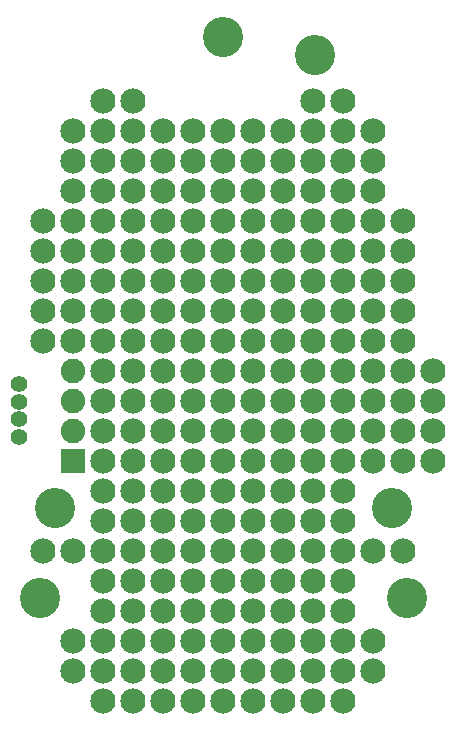
<source format=gbr>
G04 EAGLE Gerber RS-274X export*
G75*
%MOMM*%
%FSLAX34Y34*%
%LPD*%
%INSoldermask Bottom*%
%IPPOS*%
%AMOC8*
5,1,8,0,0,1.08239X$1,22.5*%
G01*
%ADD10C,3.403200*%
%ADD11C,1.411200*%
%ADD12R,2.082800X2.082800*%
%ADD13C,2.082800*%
%ADD14C,2.133600*%


D10*
X0Y612648D03*
X77724Y597408D03*
X142748Y214376D03*
X-155194Y137668D03*
X155194Y137668D03*
X-142240Y214376D03*
D11*
X-172720Y319320D03*
X-172720Y304320D03*
X-172720Y289320D03*
X-172720Y274320D03*
D12*
X-127000Y254000D03*
D13*
X-127000Y279400D03*
X-127000Y304800D03*
X-127000Y330200D03*
D14*
X-101600Y330200D03*
X-101600Y304800D03*
X-101600Y279400D03*
X-101600Y254000D03*
X-101600Y228600D03*
X-101600Y203200D03*
X-76200Y203200D03*
X-76200Y228600D03*
X-76200Y254000D03*
X-76200Y279400D03*
X-76200Y304800D03*
X-76200Y330200D03*
X-76200Y355600D03*
X-101600Y355600D03*
X-127000Y355600D03*
X-127000Y381000D03*
X-101600Y381000D03*
X-76200Y381000D03*
X-50800Y381000D03*
X-50800Y355600D03*
X-50800Y330200D03*
X-50800Y304800D03*
X-50800Y279400D03*
X-50800Y254000D03*
X-50800Y228600D03*
X-50800Y203200D03*
X0Y203200D03*
X-25400Y203200D03*
X-25400Y228600D03*
X-25400Y254000D03*
X-25400Y279400D03*
X-25400Y304800D03*
X-25400Y330200D03*
X-25400Y355600D03*
X-25400Y381000D03*
X-25400Y406400D03*
X-50800Y406400D03*
X-76200Y406400D03*
X-101600Y406400D03*
X-127000Y406400D03*
X-152400Y406400D03*
X-152400Y381000D03*
X-152400Y355600D03*
X0Y406400D03*
X0Y355600D03*
X0Y381000D03*
X0Y330200D03*
X0Y304800D03*
X0Y279400D03*
X0Y254000D03*
X0Y228600D03*
X25400Y203200D03*
X25400Y228600D03*
X25400Y254000D03*
X25400Y279400D03*
X25400Y304800D03*
X25400Y355600D03*
X25400Y381000D03*
X25400Y406400D03*
X50800Y406400D03*
X50800Y381000D03*
X50800Y355600D03*
X25400Y330200D03*
X50800Y330200D03*
X50800Y304800D03*
X50800Y279400D03*
X50800Y254000D03*
X50800Y228600D03*
X50800Y203200D03*
X101600Y203200D03*
X76200Y203200D03*
X76200Y228600D03*
X76200Y254000D03*
X76200Y279400D03*
X76200Y304800D03*
X76200Y330200D03*
X76200Y355600D03*
X76200Y381000D03*
X76200Y406400D03*
X101600Y406400D03*
X101600Y381000D03*
X101600Y355600D03*
X101600Y304800D03*
X101600Y279400D03*
X101600Y254000D03*
X101600Y228600D03*
X101600Y330200D03*
X127000Y406400D03*
X127000Y381000D03*
X127000Y355600D03*
X127000Y330200D03*
X127000Y304800D03*
X127000Y279400D03*
X127000Y254000D03*
X152400Y254000D03*
X152400Y279400D03*
X152400Y304800D03*
X152400Y330200D03*
X152400Y355600D03*
X152400Y381000D03*
X152400Y406400D03*
X177800Y330200D03*
X177800Y304800D03*
X177800Y279400D03*
X177800Y254000D03*
X101600Y177800D03*
X101600Y152400D03*
X101600Y127000D03*
X101600Y101600D03*
X76200Y177800D03*
X25400Y177800D03*
X50800Y177800D03*
X0Y177800D03*
X-25400Y177800D03*
X-50800Y177800D03*
X-76200Y177800D03*
X-101600Y177800D03*
X-101600Y152400D03*
X-101600Y127000D03*
X-101600Y101600D03*
X-76200Y101600D03*
X-76200Y127000D03*
X-76200Y152400D03*
X-50800Y152400D03*
X0Y152400D03*
X-25400Y152400D03*
X25400Y152400D03*
X50800Y152400D03*
X76200Y152400D03*
X76200Y127000D03*
X50800Y127000D03*
X25400Y127000D03*
X0Y127000D03*
X-25400Y127000D03*
X-50800Y127000D03*
X-50800Y101600D03*
X0Y101600D03*
X-25400Y101600D03*
X25400Y101600D03*
X50800Y101600D03*
X76200Y101600D03*
X101600Y76200D03*
X101600Y50800D03*
X76200Y50800D03*
X50800Y50800D03*
X0Y50800D03*
X-50800Y50800D03*
X-76200Y50800D03*
X-101600Y50800D03*
X-101600Y76200D03*
X-76200Y76200D03*
X-50800Y76200D03*
X-25400Y76200D03*
X0Y76200D03*
X25400Y76200D03*
X50800Y76200D03*
X76200Y76200D03*
X25400Y50800D03*
X-25400Y50800D03*
X-127000Y76200D03*
X-127000Y101600D03*
X-127000Y177800D03*
X127000Y177800D03*
X127000Y101600D03*
X127000Y76200D03*
X-152400Y431800D03*
X-127000Y431800D03*
X-101600Y431800D03*
X-76200Y431800D03*
X-50800Y431800D03*
X-25400Y431800D03*
X0Y431800D03*
X25400Y431800D03*
X50800Y431800D03*
X76200Y431800D03*
X101600Y431800D03*
X127000Y431800D03*
X152400Y431800D03*
X152400Y457200D03*
X127000Y457200D03*
X101600Y457200D03*
X76200Y457200D03*
X50800Y457200D03*
X25400Y457200D03*
X0Y457200D03*
X-25400Y457200D03*
X-50800Y457200D03*
X-76200Y457200D03*
X-101600Y457200D03*
X-127000Y457200D03*
X-152400Y457200D03*
X-127000Y482600D03*
X-101600Y482600D03*
X-76200Y482600D03*
X-50800Y482600D03*
X-25400Y482600D03*
X0Y482600D03*
X25400Y482600D03*
X50800Y482600D03*
X76200Y482600D03*
X101600Y482600D03*
X127000Y482600D03*
X127000Y508000D03*
X127000Y533400D03*
X101600Y508000D03*
X101600Y533400D03*
X76200Y533400D03*
X76200Y508000D03*
X50800Y508000D03*
X50800Y533400D03*
X25400Y533400D03*
X25400Y508000D03*
X0Y508000D03*
X0Y533400D03*
X-25400Y533400D03*
X-25400Y508000D03*
X-50800Y508000D03*
X-50800Y533400D03*
X-76200Y533400D03*
X-76200Y508000D03*
X-101600Y508000D03*
X-101600Y533400D03*
X-127000Y533400D03*
X-127000Y508000D03*
X-101600Y558800D03*
X-76200Y558800D03*
X76200Y558800D03*
X101600Y558800D03*
X152400Y177800D03*
X-152400Y177800D03*
M02*

</source>
